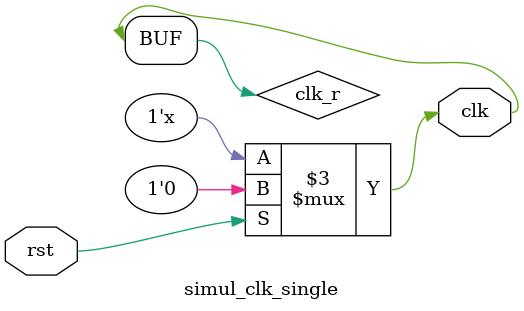
<source format=v>
/*******************************************************************************
 * Module: simul_clk
 * Date:2015-07-29  
 * Author: andrey     
 * Description: Generate clocks for simulation
 *
 * Copyright (c) 2015 Elphel, Inc.
 * simul_clk.v is free software; you can redistribute it and/or modify
 * it under the terms of the GNU General Public License as published by
 * the Free Software Foundation, either version 3 of the License, or
 * (at your option) any later version.
 *
 *  simul_clk.v is distributed in the hope that it will be useful,
 * but WITHOUT ANY WARRANTY; without even the implied warranty of
 * MERCHANTABILITY or FITNESS FOR A PARTICULAR PURPOSE.  See the
 * GNU General Public License for more details.
 *
 * You should have received a copy of the GNU General Public License
 * along with this program.  If not, see <http://www.gnu.org/licenses/> .
 *******************************************************************************/
`timescale 1ns/1ps

module  simul_clk#(
    parameter       CLKIN_PERIOD =  5.0,
    parameter       MEMCLK_PERIOD = 5.0,
    parameter       FCLK0_PERIOD = 10.417,
    parameter       FCLK1_PERIOD =  0.0
)(
    input        rst,
    output       clk,
    output       memclk,
    output [1:0] ffclk0,
    output [1:0] ffclk1
);
    
    wire ffclk0_w;
    wire ffclk1_w;
    assign ffclk0 = {~ffclk0_w,ffclk0_w};
    assign ffclk1 = {~ffclk1_w,ffclk1_w};
    generate
        if (CLKIN_PERIOD > 0.0)
            simul_clk_single #(.PERIOD(CLKIN_PERIOD)) simul_clk_i    (.rst(rst), .clk(clk));
        else
            assign clk = 0;
    endgenerate

    generate
        if (MEMCLK_PERIOD > 0.0)
            simul_clk_single #(.PERIOD(MEMCLK_PERIOD)) simul_memclk_i (.rst(rst), .clk(memclk));
        else
            assign memclk = 0;
    endgenerate

    generate
        if (FCLK0_PERIOD > 0.0)
            simul_clk_single #(.PERIOD(FCLK0_PERIOD)) simul_ffclk0_i (.rst(rst), .clk(ffclk0_w));
        else
            assign ffclk0_w = 0;
    endgenerate

    generate
        if (FCLK1_PERIOD > 0.0)
            simul_clk_single #(.PERIOD(FCLK1_PERIOD)) simul_ffclk1_i (.rst(rst), .clk(ffclk1_w));
        else
            assign ffclk1_w = 0;
    endgenerate

endmodule

module simul_clk_single #(
        parameter PERIOD = 1000.0
    ) (
        input rst,
        output clk
    );
    reg clk_r = 0;
    assign clk = clk_r;
    always #(PERIOD/2) clk_r <= rst ? 1'b0:  ~clk_r;
endmodule

</source>
